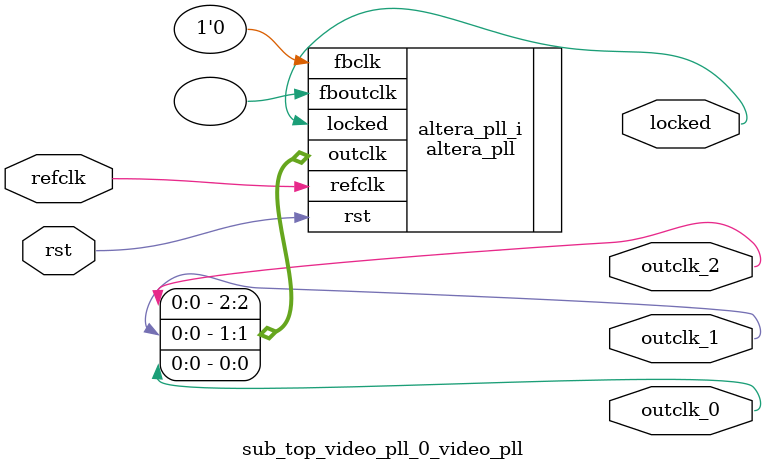
<source format=v>
`timescale 1ns/10ps
module  sub_top_video_pll_0_video_pll(

	// interface 'refclk'
	input wire refclk,

	// interface 'reset'
	input wire rst,

	// interface 'outclk0'
	output wire outclk_0,

	// interface 'outclk1'
	output wire outclk_1,

	// interface 'outclk2'
	output wire outclk_2,

	// interface 'locked'
	output wire locked
);

	altera_pll #(
		.fractional_vco_multiplier("false"),
		.reference_clock_frequency("50.0 MHz"),
		.operation_mode("direct"),
		.number_of_clocks(3),
		.output_clock_frequency0("25.000000 MHz"),
		.phase_shift0("0 ps"),
		.duty_cycle0(50),
		.output_clock_frequency1("73.809523 MHz"),
		.phase_shift1("0 ps"),
		.duty_cycle1(50),
		.output_clock_frequency2("32.978723 MHz"),
		.phase_shift2("0 ps"),
		.duty_cycle2(50),
		.output_clock_frequency3("0 MHz"),
		.phase_shift3("0 ps"),
		.duty_cycle3(50),
		.output_clock_frequency4("0 MHz"),
		.phase_shift4("0 ps"),
		.duty_cycle4(50),
		.output_clock_frequency5("0 MHz"),
		.phase_shift5("0 ps"),
		.duty_cycle5(50),
		.output_clock_frequency6("0 MHz"),
		.phase_shift6("0 ps"),
		.duty_cycle6(50),
		.output_clock_frequency7("0 MHz"),
		.phase_shift7("0 ps"),
		.duty_cycle7(50),
		.output_clock_frequency8("0 MHz"),
		.phase_shift8("0 ps"),
		.duty_cycle8(50),
		.output_clock_frequency9("0 MHz"),
		.phase_shift9("0 ps"),
		.duty_cycle9(50),
		.output_clock_frequency10("0 MHz"),
		.phase_shift10("0 ps"),
		.duty_cycle10(50),
		.output_clock_frequency11("0 MHz"),
		.phase_shift11("0 ps"),
		.duty_cycle11(50),
		.output_clock_frequency12("0 MHz"),
		.phase_shift12("0 ps"),
		.duty_cycle12(50),
		.output_clock_frequency13("0 MHz"),
		.phase_shift13("0 ps"),
		.duty_cycle13(50),
		.output_clock_frequency14("0 MHz"),
		.phase_shift14("0 ps"),
		.duty_cycle14(50),
		.output_clock_frequency15("0 MHz"),
		.phase_shift15("0 ps"),
		.duty_cycle15(50),
		.output_clock_frequency16("0 MHz"),
		.phase_shift16("0 ps"),
		.duty_cycle16(50),
		.output_clock_frequency17("0 MHz"),
		.phase_shift17("0 ps"),
		.duty_cycle17(50),
		.pll_type("General"),
		.pll_subtype("General")
	) altera_pll_i (
		.rst	(rst),
		.outclk	({outclk_2, outclk_1, outclk_0}),
		.locked	(locked),
		.fboutclk	( ),
		.fbclk	(1'b0),
		.refclk	(refclk)
	);
endmodule


</source>
